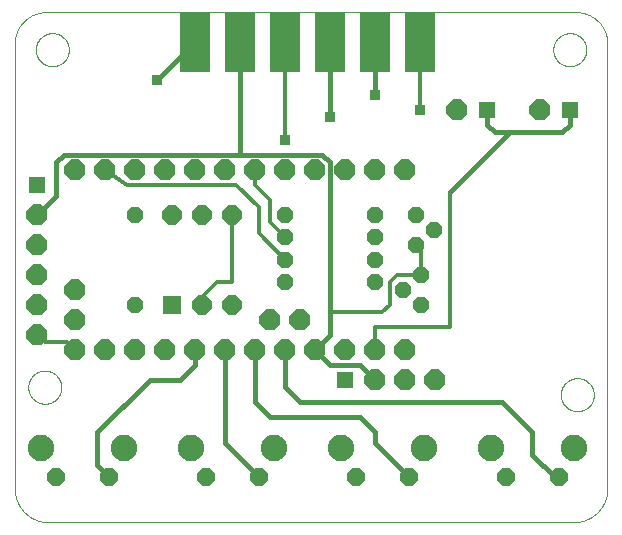
<source format=gtl>
G75*
%MOIN*%
%OFA0B0*%
%FSLAX25Y25*%
%IPPOS*%
%LPD*%
%AMOC8*
5,1,8,0,0,1.08239X$1,22.5*
%
%ADD10R,0.10000X0.20000*%
%ADD11C,0.00000*%
%ADD12R,0.05600X0.05600*%
%ADD13OC8,0.07000*%
%ADD14R,0.06400X0.06400*%
%ADD15OC8,0.06400*%
%ADD16OC8,0.05600*%
%ADD17OC8,0.06000*%
%ADD18C,0.08850*%
%ADD19C,0.01200*%
%ADD20C,0.00500*%
%ADD21C,0.01600*%
%ADD22R,0.03562X0.03562*%
D10*
X0061000Y0161000D03*
X0061000Y0161000D03*
X0076000Y0161000D03*
X0076000Y0161000D03*
X0091000Y0161000D03*
X0091000Y0161000D03*
X0106000Y0161000D03*
X0106000Y0161000D03*
X0121000Y0161000D03*
X0121000Y0161000D03*
X0136000Y0161000D03*
D11*
X0187320Y0001000D02*
X0012180Y0001000D01*
X0011910Y0001003D01*
X0011640Y0001013D01*
X0011370Y0001029D01*
X0011101Y0001052D01*
X0010832Y0001082D01*
X0010565Y0001117D01*
X0010298Y0001160D01*
X0010032Y0001208D01*
X0009768Y0001263D01*
X0009504Y0001325D01*
X0009243Y0001393D01*
X0008983Y0001467D01*
X0008725Y0001547D01*
X0008469Y0001634D01*
X0008216Y0001727D01*
X0007964Y0001825D01*
X0007715Y0001930D01*
X0007469Y0002041D01*
X0007225Y0002158D01*
X0006984Y0002281D01*
X0006747Y0002409D01*
X0006512Y0002543D01*
X0006281Y0002683D01*
X0006053Y0002828D01*
X0005829Y0002979D01*
X0005609Y0003135D01*
X0005392Y0003297D01*
X0005179Y0003463D01*
X0004971Y0003635D01*
X0004766Y0003812D01*
X0004566Y0003993D01*
X0004371Y0004180D01*
X0004180Y0004371D01*
X0003993Y0004566D01*
X0003812Y0004766D01*
X0003635Y0004971D01*
X0003463Y0005179D01*
X0003297Y0005392D01*
X0003135Y0005609D01*
X0002979Y0005829D01*
X0002828Y0006053D01*
X0002683Y0006281D01*
X0002543Y0006512D01*
X0002409Y0006747D01*
X0002281Y0006984D01*
X0002158Y0007225D01*
X0002041Y0007469D01*
X0001930Y0007715D01*
X0001825Y0007964D01*
X0001727Y0008216D01*
X0001634Y0008469D01*
X0001547Y0008725D01*
X0001467Y0008983D01*
X0001393Y0009243D01*
X0001325Y0009504D01*
X0001263Y0009768D01*
X0001208Y0010032D01*
X0001160Y0010298D01*
X0001117Y0010565D01*
X0001082Y0010832D01*
X0001052Y0011101D01*
X0001029Y0011370D01*
X0001013Y0011640D01*
X0001003Y0011910D01*
X0001000Y0012180D01*
X0001000Y0160692D01*
X0001003Y0160941D01*
X0001012Y0161190D01*
X0001027Y0161439D01*
X0001048Y0161687D01*
X0001075Y0161934D01*
X0001108Y0162181D01*
X0001147Y0162427D01*
X0001192Y0162672D01*
X0001243Y0162916D01*
X0001300Y0163159D01*
X0001362Y0163400D01*
X0001430Y0163640D01*
X0001505Y0163877D01*
X0001584Y0164113D01*
X0001670Y0164347D01*
X0001761Y0164579D01*
X0001858Y0164809D01*
X0001960Y0165036D01*
X0002068Y0165260D01*
X0002181Y0165482D01*
X0002299Y0165702D01*
X0002423Y0165918D01*
X0002552Y0166131D01*
X0002686Y0166341D01*
X0002825Y0166548D01*
X0002969Y0166751D01*
X0003117Y0166951D01*
X0003271Y0167147D01*
X0003429Y0167339D01*
X0003592Y0167527D01*
X0003760Y0167712D01*
X0003932Y0167892D01*
X0004108Y0168068D01*
X0004288Y0168240D01*
X0004473Y0168408D01*
X0004661Y0168571D01*
X0004853Y0168729D01*
X0005049Y0168883D01*
X0005249Y0169031D01*
X0005452Y0169175D01*
X0005659Y0169314D01*
X0005869Y0169448D01*
X0006082Y0169577D01*
X0006298Y0169701D01*
X0006518Y0169819D01*
X0006740Y0169932D01*
X0006964Y0170040D01*
X0007191Y0170142D01*
X0007421Y0170239D01*
X0007653Y0170330D01*
X0007887Y0170416D01*
X0008123Y0170495D01*
X0008360Y0170570D01*
X0008600Y0170638D01*
X0008841Y0170700D01*
X0009084Y0170757D01*
X0009328Y0170808D01*
X0009573Y0170853D01*
X0009819Y0170892D01*
X0010066Y0170925D01*
X0010313Y0170952D01*
X0010561Y0170973D01*
X0010810Y0170988D01*
X0011059Y0170997D01*
X0011308Y0171000D01*
X0188192Y0171000D01*
X0188441Y0170997D01*
X0188690Y0170988D01*
X0188939Y0170973D01*
X0189187Y0170952D01*
X0189434Y0170925D01*
X0189681Y0170892D01*
X0189927Y0170853D01*
X0190172Y0170808D01*
X0190416Y0170757D01*
X0190659Y0170700D01*
X0190900Y0170638D01*
X0191140Y0170570D01*
X0191377Y0170495D01*
X0191613Y0170416D01*
X0191847Y0170330D01*
X0192079Y0170239D01*
X0192309Y0170142D01*
X0192536Y0170040D01*
X0192760Y0169932D01*
X0192982Y0169819D01*
X0193202Y0169701D01*
X0193418Y0169577D01*
X0193631Y0169448D01*
X0193841Y0169314D01*
X0194048Y0169175D01*
X0194251Y0169031D01*
X0194451Y0168883D01*
X0194647Y0168729D01*
X0194839Y0168571D01*
X0195027Y0168408D01*
X0195212Y0168240D01*
X0195392Y0168068D01*
X0195568Y0167892D01*
X0195740Y0167712D01*
X0195908Y0167527D01*
X0196071Y0167339D01*
X0196229Y0167147D01*
X0196383Y0166951D01*
X0196531Y0166751D01*
X0196675Y0166548D01*
X0196814Y0166341D01*
X0196948Y0166131D01*
X0197077Y0165918D01*
X0197201Y0165702D01*
X0197319Y0165482D01*
X0197432Y0165260D01*
X0197540Y0165036D01*
X0197642Y0164809D01*
X0197739Y0164579D01*
X0197830Y0164347D01*
X0197916Y0164113D01*
X0197995Y0163877D01*
X0198070Y0163640D01*
X0198138Y0163400D01*
X0198200Y0163159D01*
X0198257Y0162916D01*
X0198308Y0162672D01*
X0198353Y0162427D01*
X0198392Y0162181D01*
X0198425Y0161934D01*
X0198452Y0161687D01*
X0198473Y0161439D01*
X0198488Y0161190D01*
X0198497Y0160941D01*
X0198500Y0160692D01*
X0198500Y0012180D01*
X0198497Y0011910D01*
X0198487Y0011640D01*
X0198471Y0011370D01*
X0198448Y0011101D01*
X0198418Y0010832D01*
X0198383Y0010565D01*
X0198340Y0010298D01*
X0198292Y0010032D01*
X0198237Y0009768D01*
X0198175Y0009504D01*
X0198107Y0009243D01*
X0198033Y0008983D01*
X0197953Y0008725D01*
X0197866Y0008469D01*
X0197773Y0008216D01*
X0197675Y0007964D01*
X0197570Y0007715D01*
X0197459Y0007469D01*
X0197342Y0007225D01*
X0197219Y0006984D01*
X0197091Y0006747D01*
X0196957Y0006512D01*
X0196817Y0006281D01*
X0196672Y0006053D01*
X0196521Y0005829D01*
X0196365Y0005609D01*
X0196203Y0005392D01*
X0196037Y0005179D01*
X0195865Y0004971D01*
X0195688Y0004766D01*
X0195507Y0004566D01*
X0195320Y0004371D01*
X0195129Y0004180D01*
X0194934Y0003993D01*
X0194734Y0003812D01*
X0194529Y0003635D01*
X0194321Y0003463D01*
X0194108Y0003297D01*
X0193891Y0003135D01*
X0193671Y0002979D01*
X0193447Y0002828D01*
X0193219Y0002683D01*
X0192988Y0002543D01*
X0192753Y0002409D01*
X0192516Y0002281D01*
X0192275Y0002158D01*
X0192031Y0002041D01*
X0191785Y0001930D01*
X0191536Y0001825D01*
X0191284Y0001727D01*
X0191031Y0001634D01*
X0190775Y0001547D01*
X0190517Y0001467D01*
X0190257Y0001393D01*
X0189996Y0001325D01*
X0189732Y0001263D01*
X0189468Y0001208D01*
X0189202Y0001160D01*
X0188935Y0001117D01*
X0188668Y0001082D01*
X0188399Y0001052D01*
X0188130Y0001029D01*
X0187860Y0001013D01*
X0187590Y0001003D01*
X0187320Y0001000D01*
X0182988Y0043500D02*
X0182990Y0043648D01*
X0182996Y0043796D01*
X0183006Y0043944D01*
X0183020Y0044091D01*
X0183038Y0044238D01*
X0183059Y0044384D01*
X0183085Y0044530D01*
X0183115Y0044675D01*
X0183148Y0044819D01*
X0183186Y0044962D01*
X0183227Y0045104D01*
X0183272Y0045245D01*
X0183320Y0045385D01*
X0183373Y0045524D01*
X0183429Y0045661D01*
X0183489Y0045796D01*
X0183552Y0045930D01*
X0183619Y0046062D01*
X0183690Y0046192D01*
X0183764Y0046320D01*
X0183841Y0046446D01*
X0183922Y0046570D01*
X0184006Y0046692D01*
X0184093Y0046811D01*
X0184184Y0046928D01*
X0184278Y0047043D01*
X0184374Y0047155D01*
X0184474Y0047265D01*
X0184576Y0047371D01*
X0184682Y0047475D01*
X0184790Y0047576D01*
X0184901Y0047674D01*
X0185014Y0047770D01*
X0185130Y0047862D01*
X0185248Y0047951D01*
X0185369Y0048036D01*
X0185492Y0048119D01*
X0185617Y0048198D01*
X0185744Y0048274D01*
X0185873Y0048346D01*
X0186004Y0048415D01*
X0186137Y0048480D01*
X0186272Y0048541D01*
X0186408Y0048599D01*
X0186545Y0048654D01*
X0186684Y0048704D01*
X0186825Y0048751D01*
X0186966Y0048794D01*
X0187109Y0048834D01*
X0187253Y0048869D01*
X0187397Y0048901D01*
X0187543Y0048928D01*
X0187689Y0048952D01*
X0187836Y0048972D01*
X0187983Y0048988D01*
X0188130Y0049000D01*
X0188278Y0049008D01*
X0188426Y0049012D01*
X0188574Y0049012D01*
X0188722Y0049008D01*
X0188870Y0049000D01*
X0189017Y0048988D01*
X0189164Y0048972D01*
X0189311Y0048952D01*
X0189457Y0048928D01*
X0189603Y0048901D01*
X0189747Y0048869D01*
X0189891Y0048834D01*
X0190034Y0048794D01*
X0190175Y0048751D01*
X0190316Y0048704D01*
X0190455Y0048654D01*
X0190592Y0048599D01*
X0190728Y0048541D01*
X0190863Y0048480D01*
X0190996Y0048415D01*
X0191127Y0048346D01*
X0191256Y0048274D01*
X0191383Y0048198D01*
X0191508Y0048119D01*
X0191631Y0048036D01*
X0191752Y0047951D01*
X0191870Y0047862D01*
X0191986Y0047770D01*
X0192099Y0047674D01*
X0192210Y0047576D01*
X0192318Y0047475D01*
X0192424Y0047371D01*
X0192526Y0047265D01*
X0192626Y0047155D01*
X0192722Y0047043D01*
X0192816Y0046928D01*
X0192907Y0046811D01*
X0192994Y0046692D01*
X0193078Y0046570D01*
X0193159Y0046446D01*
X0193236Y0046320D01*
X0193310Y0046192D01*
X0193381Y0046062D01*
X0193448Y0045930D01*
X0193511Y0045796D01*
X0193571Y0045661D01*
X0193627Y0045524D01*
X0193680Y0045385D01*
X0193728Y0045245D01*
X0193773Y0045104D01*
X0193814Y0044962D01*
X0193852Y0044819D01*
X0193885Y0044675D01*
X0193915Y0044530D01*
X0193941Y0044384D01*
X0193962Y0044238D01*
X0193980Y0044091D01*
X0193994Y0043944D01*
X0194004Y0043796D01*
X0194010Y0043648D01*
X0194012Y0043500D01*
X0194010Y0043352D01*
X0194004Y0043204D01*
X0193994Y0043056D01*
X0193980Y0042909D01*
X0193962Y0042762D01*
X0193941Y0042616D01*
X0193915Y0042470D01*
X0193885Y0042325D01*
X0193852Y0042181D01*
X0193814Y0042038D01*
X0193773Y0041896D01*
X0193728Y0041755D01*
X0193680Y0041615D01*
X0193627Y0041476D01*
X0193571Y0041339D01*
X0193511Y0041204D01*
X0193448Y0041070D01*
X0193381Y0040938D01*
X0193310Y0040808D01*
X0193236Y0040680D01*
X0193159Y0040554D01*
X0193078Y0040430D01*
X0192994Y0040308D01*
X0192907Y0040189D01*
X0192816Y0040072D01*
X0192722Y0039957D01*
X0192626Y0039845D01*
X0192526Y0039735D01*
X0192424Y0039629D01*
X0192318Y0039525D01*
X0192210Y0039424D01*
X0192099Y0039326D01*
X0191986Y0039230D01*
X0191870Y0039138D01*
X0191752Y0039049D01*
X0191631Y0038964D01*
X0191508Y0038881D01*
X0191383Y0038802D01*
X0191256Y0038726D01*
X0191127Y0038654D01*
X0190996Y0038585D01*
X0190863Y0038520D01*
X0190728Y0038459D01*
X0190592Y0038401D01*
X0190455Y0038346D01*
X0190316Y0038296D01*
X0190175Y0038249D01*
X0190034Y0038206D01*
X0189891Y0038166D01*
X0189747Y0038131D01*
X0189603Y0038099D01*
X0189457Y0038072D01*
X0189311Y0038048D01*
X0189164Y0038028D01*
X0189017Y0038012D01*
X0188870Y0038000D01*
X0188722Y0037992D01*
X0188574Y0037988D01*
X0188426Y0037988D01*
X0188278Y0037992D01*
X0188130Y0038000D01*
X0187983Y0038012D01*
X0187836Y0038028D01*
X0187689Y0038048D01*
X0187543Y0038072D01*
X0187397Y0038099D01*
X0187253Y0038131D01*
X0187109Y0038166D01*
X0186966Y0038206D01*
X0186825Y0038249D01*
X0186684Y0038296D01*
X0186545Y0038346D01*
X0186408Y0038401D01*
X0186272Y0038459D01*
X0186137Y0038520D01*
X0186004Y0038585D01*
X0185873Y0038654D01*
X0185744Y0038726D01*
X0185617Y0038802D01*
X0185492Y0038881D01*
X0185369Y0038964D01*
X0185248Y0039049D01*
X0185130Y0039138D01*
X0185014Y0039230D01*
X0184901Y0039326D01*
X0184790Y0039424D01*
X0184682Y0039525D01*
X0184576Y0039629D01*
X0184474Y0039735D01*
X0184374Y0039845D01*
X0184278Y0039957D01*
X0184184Y0040072D01*
X0184093Y0040189D01*
X0184006Y0040308D01*
X0183922Y0040430D01*
X0183841Y0040554D01*
X0183764Y0040680D01*
X0183690Y0040808D01*
X0183619Y0040938D01*
X0183552Y0041070D01*
X0183489Y0041204D01*
X0183429Y0041339D01*
X0183373Y0041476D01*
X0183320Y0041615D01*
X0183272Y0041755D01*
X0183227Y0041896D01*
X0183186Y0042038D01*
X0183148Y0042181D01*
X0183115Y0042325D01*
X0183085Y0042470D01*
X0183059Y0042616D01*
X0183038Y0042762D01*
X0183020Y0042909D01*
X0183006Y0043056D01*
X0182996Y0043204D01*
X0182990Y0043352D01*
X0182988Y0043500D01*
X0180488Y0158500D02*
X0180490Y0158648D01*
X0180496Y0158796D01*
X0180506Y0158944D01*
X0180520Y0159091D01*
X0180538Y0159238D01*
X0180559Y0159384D01*
X0180585Y0159530D01*
X0180615Y0159675D01*
X0180648Y0159819D01*
X0180686Y0159962D01*
X0180727Y0160104D01*
X0180772Y0160245D01*
X0180820Y0160385D01*
X0180873Y0160524D01*
X0180929Y0160661D01*
X0180989Y0160796D01*
X0181052Y0160930D01*
X0181119Y0161062D01*
X0181190Y0161192D01*
X0181264Y0161320D01*
X0181341Y0161446D01*
X0181422Y0161570D01*
X0181506Y0161692D01*
X0181593Y0161811D01*
X0181684Y0161928D01*
X0181778Y0162043D01*
X0181874Y0162155D01*
X0181974Y0162265D01*
X0182076Y0162371D01*
X0182182Y0162475D01*
X0182290Y0162576D01*
X0182401Y0162674D01*
X0182514Y0162770D01*
X0182630Y0162862D01*
X0182748Y0162951D01*
X0182869Y0163036D01*
X0182992Y0163119D01*
X0183117Y0163198D01*
X0183244Y0163274D01*
X0183373Y0163346D01*
X0183504Y0163415D01*
X0183637Y0163480D01*
X0183772Y0163541D01*
X0183908Y0163599D01*
X0184045Y0163654D01*
X0184184Y0163704D01*
X0184325Y0163751D01*
X0184466Y0163794D01*
X0184609Y0163834D01*
X0184753Y0163869D01*
X0184897Y0163901D01*
X0185043Y0163928D01*
X0185189Y0163952D01*
X0185336Y0163972D01*
X0185483Y0163988D01*
X0185630Y0164000D01*
X0185778Y0164008D01*
X0185926Y0164012D01*
X0186074Y0164012D01*
X0186222Y0164008D01*
X0186370Y0164000D01*
X0186517Y0163988D01*
X0186664Y0163972D01*
X0186811Y0163952D01*
X0186957Y0163928D01*
X0187103Y0163901D01*
X0187247Y0163869D01*
X0187391Y0163834D01*
X0187534Y0163794D01*
X0187675Y0163751D01*
X0187816Y0163704D01*
X0187955Y0163654D01*
X0188092Y0163599D01*
X0188228Y0163541D01*
X0188363Y0163480D01*
X0188496Y0163415D01*
X0188627Y0163346D01*
X0188756Y0163274D01*
X0188883Y0163198D01*
X0189008Y0163119D01*
X0189131Y0163036D01*
X0189252Y0162951D01*
X0189370Y0162862D01*
X0189486Y0162770D01*
X0189599Y0162674D01*
X0189710Y0162576D01*
X0189818Y0162475D01*
X0189924Y0162371D01*
X0190026Y0162265D01*
X0190126Y0162155D01*
X0190222Y0162043D01*
X0190316Y0161928D01*
X0190407Y0161811D01*
X0190494Y0161692D01*
X0190578Y0161570D01*
X0190659Y0161446D01*
X0190736Y0161320D01*
X0190810Y0161192D01*
X0190881Y0161062D01*
X0190948Y0160930D01*
X0191011Y0160796D01*
X0191071Y0160661D01*
X0191127Y0160524D01*
X0191180Y0160385D01*
X0191228Y0160245D01*
X0191273Y0160104D01*
X0191314Y0159962D01*
X0191352Y0159819D01*
X0191385Y0159675D01*
X0191415Y0159530D01*
X0191441Y0159384D01*
X0191462Y0159238D01*
X0191480Y0159091D01*
X0191494Y0158944D01*
X0191504Y0158796D01*
X0191510Y0158648D01*
X0191512Y0158500D01*
X0191510Y0158352D01*
X0191504Y0158204D01*
X0191494Y0158056D01*
X0191480Y0157909D01*
X0191462Y0157762D01*
X0191441Y0157616D01*
X0191415Y0157470D01*
X0191385Y0157325D01*
X0191352Y0157181D01*
X0191314Y0157038D01*
X0191273Y0156896D01*
X0191228Y0156755D01*
X0191180Y0156615D01*
X0191127Y0156476D01*
X0191071Y0156339D01*
X0191011Y0156204D01*
X0190948Y0156070D01*
X0190881Y0155938D01*
X0190810Y0155808D01*
X0190736Y0155680D01*
X0190659Y0155554D01*
X0190578Y0155430D01*
X0190494Y0155308D01*
X0190407Y0155189D01*
X0190316Y0155072D01*
X0190222Y0154957D01*
X0190126Y0154845D01*
X0190026Y0154735D01*
X0189924Y0154629D01*
X0189818Y0154525D01*
X0189710Y0154424D01*
X0189599Y0154326D01*
X0189486Y0154230D01*
X0189370Y0154138D01*
X0189252Y0154049D01*
X0189131Y0153964D01*
X0189008Y0153881D01*
X0188883Y0153802D01*
X0188756Y0153726D01*
X0188627Y0153654D01*
X0188496Y0153585D01*
X0188363Y0153520D01*
X0188228Y0153459D01*
X0188092Y0153401D01*
X0187955Y0153346D01*
X0187816Y0153296D01*
X0187675Y0153249D01*
X0187534Y0153206D01*
X0187391Y0153166D01*
X0187247Y0153131D01*
X0187103Y0153099D01*
X0186957Y0153072D01*
X0186811Y0153048D01*
X0186664Y0153028D01*
X0186517Y0153012D01*
X0186370Y0153000D01*
X0186222Y0152992D01*
X0186074Y0152988D01*
X0185926Y0152988D01*
X0185778Y0152992D01*
X0185630Y0153000D01*
X0185483Y0153012D01*
X0185336Y0153028D01*
X0185189Y0153048D01*
X0185043Y0153072D01*
X0184897Y0153099D01*
X0184753Y0153131D01*
X0184609Y0153166D01*
X0184466Y0153206D01*
X0184325Y0153249D01*
X0184184Y0153296D01*
X0184045Y0153346D01*
X0183908Y0153401D01*
X0183772Y0153459D01*
X0183637Y0153520D01*
X0183504Y0153585D01*
X0183373Y0153654D01*
X0183244Y0153726D01*
X0183117Y0153802D01*
X0182992Y0153881D01*
X0182869Y0153964D01*
X0182748Y0154049D01*
X0182630Y0154138D01*
X0182514Y0154230D01*
X0182401Y0154326D01*
X0182290Y0154424D01*
X0182182Y0154525D01*
X0182076Y0154629D01*
X0181974Y0154735D01*
X0181874Y0154845D01*
X0181778Y0154957D01*
X0181684Y0155072D01*
X0181593Y0155189D01*
X0181506Y0155308D01*
X0181422Y0155430D01*
X0181341Y0155554D01*
X0181264Y0155680D01*
X0181190Y0155808D01*
X0181119Y0155938D01*
X0181052Y0156070D01*
X0180989Y0156204D01*
X0180929Y0156339D01*
X0180873Y0156476D01*
X0180820Y0156615D01*
X0180772Y0156755D01*
X0180727Y0156896D01*
X0180686Y0157038D01*
X0180648Y0157181D01*
X0180615Y0157325D01*
X0180585Y0157470D01*
X0180559Y0157616D01*
X0180538Y0157762D01*
X0180520Y0157909D01*
X0180506Y0158056D01*
X0180496Y0158204D01*
X0180490Y0158352D01*
X0180488Y0158500D01*
X0041000Y0103500D02*
X0041000Y0101000D01*
X0005488Y0046000D02*
X0005490Y0046148D01*
X0005496Y0046296D01*
X0005506Y0046444D01*
X0005520Y0046591D01*
X0005538Y0046738D01*
X0005559Y0046884D01*
X0005585Y0047030D01*
X0005615Y0047175D01*
X0005648Y0047319D01*
X0005686Y0047462D01*
X0005727Y0047604D01*
X0005772Y0047745D01*
X0005820Y0047885D01*
X0005873Y0048024D01*
X0005929Y0048161D01*
X0005989Y0048296D01*
X0006052Y0048430D01*
X0006119Y0048562D01*
X0006190Y0048692D01*
X0006264Y0048820D01*
X0006341Y0048946D01*
X0006422Y0049070D01*
X0006506Y0049192D01*
X0006593Y0049311D01*
X0006684Y0049428D01*
X0006778Y0049543D01*
X0006874Y0049655D01*
X0006974Y0049765D01*
X0007076Y0049871D01*
X0007182Y0049975D01*
X0007290Y0050076D01*
X0007401Y0050174D01*
X0007514Y0050270D01*
X0007630Y0050362D01*
X0007748Y0050451D01*
X0007869Y0050536D01*
X0007992Y0050619D01*
X0008117Y0050698D01*
X0008244Y0050774D01*
X0008373Y0050846D01*
X0008504Y0050915D01*
X0008637Y0050980D01*
X0008772Y0051041D01*
X0008908Y0051099D01*
X0009045Y0051154D01*
X0009184Y0051204D01*
X0009325Y0051251D01*
X0009466Y0051294D01*
X0009609Y0051334D01*
X0009753Y0051369D01*
X0009897Y0051401D01*
X0010043Y0051428D01*
X0010189Y0051452D01*
X0010336Y0051472D01*
X0010483Y0051488D01*
X0010630Y0051500D01*
X0010778Y0051508D01*
X0010926Y0051512D01*
X0011074Y0051512D01*
X0011222Y0051508D01*
X0011370Y0051500D01*
X0011517Y0051488D01*
X0011664Y0051472D01*
X0011811Y0051452D01*
X0011957Y0051428D01*
X0012103Y0051401D01*
X0012247Y0051369D01*
X0012391Y0051334D01*
X0012534Y0051294D01*
X0012675Y0051251D01*
X0012816Y0051204D01*
X0012955Y0051154D01*
X0013092Y0051099D01*
X0013228Y0051041D01*
X0013363Y0050980D01*
X0013496Y0050915D01*
X0013627Y0050846D01*
X0013756Y0050774D01*
X0013883Y0050698D01*
X0014008Y0050619D01*
X0014131Y0050536D01*
X0014252Y0050451D01*
X0014370Y0050362D01*
X0014486Y0050270D01*
X0014599Y0050174D01*
X0014710Y0050076D01*
X0014818Y0049975D01*
X0014924Y0049871D01*
X0015026Y0049765D01*
X0015126Y0049655D01*
X0015222Y0049543D01*
X0015316Y0049428D01*
X0015407Y0049311D01*
X0015494Y0049192D01*
X0015578Y0049070D01*
X0015659Y0048946D01*
X0015736Y0048820D01*
X0015810Y0048692D01*
X0015881Y0048562D01*
X0015948Y0048430D01*
X0016011Y0048296D01*
X0016071Y0048161D01*
X0016127Y0048024D01*
X0016180Y0047885D01*
X0016228Y0047745D01*
X0016273Y0047604D01*
X0016314Y0047462D01*
X0016352Y0047319D01*
X0016385Y0047175D01*
X0016415Y0047030D01*
X0016441Y0046884D01*
X0016462Y0046738D01*
X0016480Y0046591D01*
X0016494Y0046444D01*
X0016504Y0046296D01*
X0016510Y0046148D01*
X0016512Y0046000D01*
X0016510Y0045852D01*
X0016504Y0045704D01*
X0016494Y0045556D01*
X0016480Y0045409D01*
X0016462Y0045262D01*
X0016441Y0045116D01*
X0016415Y0044970D01*
X0016385Y0044825D01*
X0016352Y0044681D01*
X0016314Y0044538D01*
X0016273Y0044396D01*
X0016228Y0044255D01*
X0016180Y0044115D01*
X0016127Y0043976D01*
X0016071Y0043839D01*
X0016011Y0043704D01*
X0015948Y0043570D01*
X0015881Y0043438D01*
X0015810Y0043308D01*
X0015736Y0043180D01*
X0015659Y0043054D01*
X0015578Y0042930D01*
X0015494Y0042808D01*
X0015407Y0042689D01*
X0015316Y0042572D01*
X0015222Y0042457D01*
X0015126Y0042345D01*
X0015026Y0042235D01*
X0014924Y0042129D01*
X0014818Y0042025D01*
X0014710Y0041924D01*
X0014599Y0041826D01*
X0014486Y0041730D01*
X0014370Y0041638D01*
X0014252Y0041549D01*
X0014131Y0041464D01*
X0014008Y0041381D01*
X0013883Y0041302D01*
X0013756Y0041226D01*
X0013627Y0041154D01*
X0013496Y0041085D01*
X0013363Y0041020D01*
X0013228Y0040959D01*
X0013092Y0040901D01*
X0012955Y0040846D01*
X0012816Y0040796D01*
X0012675Y0040749D01*
X0012534Y0040706D01*
X0012391Y0040666D01*
X0012247Y0040631D01*
X0012103Y0040599D01*
X0011957Y0040572D01*
X0011811Y0040548D01*
X0011664Y0040528D01*
X0011517Y0040512D01*
X0011370Y0040500D01*
X0011222Y0040492D01*
X0011074Y0040488D01*
X0010926Y0040488D01*
X0010778Y0040492D01*
X0010630Y0040500D01*
X0010483Y0040512D01*
X0010336Y0040528D01*
X0010189Y0040548D01*
X0010043Y0040572D01*
X0009897Y0040599D01*
X0009753Y0040631D01*
X0009609Y0040666D01*
X0009466Y0040706D01*
X0009325Y0040749D01*
X0009184Y0040796D01*
X0009045Y0040846D01*
X0008908Y0040901D01*
X0008772Y0040959D01*
X0008637Y0041020D01*
X0008504Y0041085D01*
X0008373Y0041154D01*
X0008244Y0041226D01*
X0008117Y0041302D01*
X0007992Y0041381D01*
X0007869Y0041464D01*
X0007748Y0041549D01*
X0007630Y0041638D01*
X0007514Y0041730D01*
X0007401Y0041826D01*
X0007290Y0041924D01*
X0007182Y0042025D01*
X0007076Y0042129D01*
X0006974Y0042235D01*
X0006874Y0042345D01*
X0006778Y0042457D01*
X0006684Y0042572D01*
X0006593Y0042689D01*
X0006506Y0042808D01*
X0006422Y0042930D01*
X0006341Y0043054D01*
X0006264Y0043180D01*
X0006190Y0043308D01*
X0006119Y0043438D01*
X0006052Y0043570D01*
X0005989Y0043704D01*
X0005929Y0043839D01*
X0005873Y0043976D01*
X0005820Y0044115D01*
X0005772Y0044255D01*
X0005727Y0044396D01*
X0005686Y0044538D01*
X0005648Y0044681D01*
X0005615Y0044825D01*
X0005585Y0044970D01*
X0005559Y0045116D01*
X0005538Y0045262D01*
X0005520Y0045409D01*
X0005506Y0045556D01*
X0005496Y0045704D01*
X0005490Y0045852D01*
X0005488Y0046000D01*
X0007988Y0158500D02*
X0007990Y0158648D01*
X0007996Y0158796D01*
X0008006Y0158944D01*
X0008020Y0159091D01*
X0008038Y0159238D01*
X0008059Y0159384D01*
X0008085Y0159530D01*
X0008115Y0159675D01*
X0008148Y0159819D01*
X0008186Y0159962D01*
X0008227Y0160104D01*
X0008272Y0160245D01*
X0008320Y0160385D01*
X0008373Y0160524D01*
X0008429Y0160661D01*
X0008489Y0160796D01*
X0008552Y0160930D01*
X0008619Y0161062D01*
X0008690Y0161192D01*
X0008764Y0161320D01*
X0008841Y0161446D01*
X0008922Y0161570D01*
X0009006Y0161692D01*
X0009093Y0161811D01*
X0009184Y0161928D01*
X0009278Y0162043D01*
X0009374Y0162155D01*
X0009474Y0162265D01*
X0009576Y0162371D01*
X0009682Y0162475D01*
X0009790Y0162576D01*
X0009901Y0162674D01*
X0010014Y0162770D01*
X0010130Y0162862D01*
X0010248Y0162951D01*
X0010369Y0163036D01*
X0010492Y0163119D01*
X0010617Y0163198D01*
X0010744Y0163274D01*
X0010873Y0163346D01*
X0011004Y0163415D01*
X0011137Y0163480D01*
X0011272Y0163541D01*
X0011408Y0163599D01*
X0011545Y0163654D01*
X0011684Y0163704D01*
X0011825Y0163751D01*
X0011966Y0163794D01*
X0012109Y0163834D01*
X0012253Y0163869D01*
X0012397Y0163901D01*
X0012543Y0163928D01*
X0012689Y0163952D01*
X0012836Y0163972D01*
X0012983Y0163988D01*
X0013130Y0164000D01*
X0013278Y0164008D01*
X0013426Y0164012D01*
X0013574Y0164012D01*
X0013722Y0164008D01*
X0013870Y0164000D01*
X0014017Y0163988D01*
X0014164Y0163972D01*
X0014311Y0163952D01*
X0014457Y0163928D01*
X0014603Y0163901D01*
X0014747Y0163869D01*
X0014891Y0163834D01*
X0015034Y0163794D01*
X0015175Y0163751D01*
X0015316Y0163704D01*
X0015455Y0163654D01*
X0015592Y0163599D01*
X0015728Y0163541D01*
X0015863Y0163480D01*
X0015996Y0163415D01*
X0016127Y0163346D01*
X0016256Y0163274D01*
X0016383Y0163198D01*
X0016508Y0163119D01*
X0016631Y0163036D01*
X0016752Y0162951D01*
X0016870Y0162862D01*
X0016986Y0162770D01*
X0017099Y0162674D01*
X0017210Y0162576D01*
X0017318Y0162475D01*
X0017424Y0162371D01*
X0017526Y0162265D01*
X0017626Y0162155D01*
X0017722Y0162043D01*
X0017816Y0161928D01*
X0017907Y0161811D01*
X0017994Y0161692D01*
X0018078Y0161570D01*
X0018159Y0161446D01*
X0018236Y0161320D01*
X0018310Y0161192D01*
X0018381Y0161062D01*
X0018448Y0160930D01*
X0018511Y0160796D01*
X0018571Y0160661D01*
X0018627Y0160524D01*
X0018680Y0160385D01*
X0018728Y0160245D01*
X0018773Y0160104D01*
X0018814Y0159962D01*
X0018852Y0159819D01*
X0018885Y0159675D01*
X0018915Y0159530D01*
X0018941Y0159384D01*
X0018962Y0159238D01*
X0018980Y0159091D01*
X0018994Y0158944D01*
X0019004Y0158796D01*
X0019010Y0158648D01*
X0019012Y0158500D01*
X0019010Y0158352D01*
X0019004Y0158204D01*
X0018994Y0158056D01*
X0018980Y0157909D01*
X0018962Y0157762D01*
X0018941Y0157616D01*
X0018915Y0157470D01*
X0018885Y0157325D01*
X0018852Y0157181D01*
X0018814Y0157038D01*
X0018773Y0156896D01*
X0018728Y0156755D01*
X0018680Y0156615D01*
X0018627Y0156476D01*
X0018571Y0156339D01*
X0018511Y0156204D01*
X0018448Y0156070D01*
X0018381Y0155938D01*
X0018310Y0155808D01*
X0018236Y0155680D01*
X0018159Y0155554D01*
X0018078Y0155430D01*
X0017994Y0155308D01*
X0017907Y0155189D01*
X0017816Y0155072D01*
X0017722Y0154957D01*
X0017626Y0154845D01*
X0017526Y0154735D01*
X0017424Y0154629D01*
X0017318Y0154525D01*
X0017210Y0154424D01*
X0017099Y0154326D01*
X0016986Y0154230D01*
X0016870Y0154138D01*
X0016752Y0154049D01*
X0016631Y0153964D01*
X0016508Y0153881D01*
X0016383Y0153802D01*
X0016256Y0153726D01*
X0016127Y0153654D01*
X0015996Y0153585D01*
X0015863Y0153520D01*
X0015728Y0153459D01*
X0015592Y0153401D01*
X0015455Y0153346D01*
X0015316Y0153296D01*
X0015175Y0153249D01*
X0015034Y0153206D01*
X0014891Y0153166D01*
X0014747Y0153131D01*
X0014603Y0153099D01*
X0014457Y0153072D01*
X0014311Y0153048D01*
X0014164Y0153028D01*
X0014017Y0153012D01*
X0013870Y0153000D01*
X0013722Y0152992D01*
X0013574Y0152988D01*
X0013426Y0152988D01*
X0013278Y0152992D01*
X0013130Y0153000D01*
X0012983Y0153012D01*
X0012836Y0153028D01*
X0012689Y0153048D01*
X0012543Y0153072D01*
X0012397Y0153099D01*
X0012253Y0153131D01*
X0012109Y0153166D01*
X0011966Y0153206D01*
X0011825Y0153249D01*
X0011684Y0153296D01*
X0011545Y0153346D01*
X0011408Y0153401D01*
X0011272Y0153459D01*
X0011137Y0153520D01*
X0011004Y0153585D01*
X0010873Y0153654D01*
X0010744Y0153726D01*
X0010617Y0153802D01*
X0010492Y0153881D01*
X0010369Y0153964D01*
X0010248Y0154049D01*
X0010130Y0154138D01*
X0010014Y0154230D01*
X0009901Y0154326D01*
X0009790Y0154424D01*
X0009682Y0154525D01*
X0009576Y0154629D01*
X0009474Y0154735D01*
X0009374Y0154845D01*
X0009278Y0154957D01*
X0009184Y0155072D01*
X0009093Y0155189D01*
X0009006Y0155308D01*
X0008922Y0155430D01*
X0008841Y0155554D01*
X0008764Y0155680D01*
X0008690Y0155808D01*
X0008619Y0155938D01*
X0008552Y0156070D01*
X0008489Y0156204D01*
X0008429Y0156339D01*
X0008373Y0156476D01*
X0008320Y0156615D01*
X0008272Y0156755D01*
X0008227Y0156896D01*
X0008186Y0157038D01*
X0008148Y0157181D01*
X0008115Y0157325D01*
X0008085Y0157470D01*
X0008059Y0157616D01*
X0008038Y0157762D01*
X0008020Y0157909D01*
X0008006Y0158056D01*
X0007996Y0158204D01*
X0007990Y0158352D01*
X0007988Y0158500D01*
D12*
X0008500Y0113500D03*
X0111000Y0048500D03*
X0158500Y0138500D03*
X0186000Y0138500D03*
D13*
X0176000Y0138500D03*
X0148500Y0138500D03*
X0131000Y0118500D03*
X0121000Y0118500D03*
X0111000Y0118500D03*
X0101000Y0118500D03*
X0091000Y0118500D03*
X0081000Y0118500D03*
X0071000Y0118500D03*
X0061000Y0118500D03*
X0051000Y0118500D03*
X0041000Y0118500D03*
X0031000Y0118500D03*
X0021000Y0118500D03*
X0008500Y0103500D03*
X0008500Y0093500D03*
X0008500Y0083500D03*
X0008500Y0073500D03*
X0008500Y0063500D03*
X0021000Y0058500D03*
X0031000Y0058500D03*
X0041000Y0058500D03*
X0051000Y0058500D03*
X0061000Y0058500D03*
X0071000Y0058500D03*
X0081000Y0058500D03*
X0091000Y0058500D03*
X0101000Y0058500D03*
X0111000Y0058500D03*
X0121000Y0058500D03*
X0121000Y0048500D03*
X0131000Y0048500D03*
X0131000Y0058500D03*
X0141000Y0048500D03*
X0096000Y0068500D03*
X0086000Y0068500D03*
X0021000Y0068500D03*
X0021000Y0078500D03*
D14*
X0053500Y0073500D03*
D15*
X0063500Y0073500D03*
X0073500Y0073500D03*
X0073500Y0103500D03*
X0063500Y0103500D03*
X0053500Y0103500D03*
D16*
X0041000Y0103500D03*
X0041000Y0073500D03*
X0091000Y0081000D03*
X0091000Y0088500D03*
X0091000Y0096000D03*
X0091000Y0103500D03*
X0121000Y0103500D03*
X0121000Y0096000D03*
X0121000Y0088500D03*
X0121000Y0081000D03*
X0130500Y0078500D03*
X0136500Y0073500D03*
X0136500Y0083500D03*
X0134750Y0093500D03*
X0140750Y0098500D03*
X0134750Y0103500D03*
D17*
X0132400Y0016100D03*
X0114600Y0016100D03*
X0082400Y0016100D03*
X0064600Y0016100D03*
X0032400Y0016100D03*
X0014600Y0016100D03*
X0164600Y0016100D03*
X0182400Y0016100D03*
D18*
X0187300Y0025900D03*
X0159700Y0025900D03*
X0137300Y0025900D03*
X0109700Y0025900D03*
X0087300Y0025900D03*
X0059700Y0025900D03*
X0037300Y0025900D03*
X0009700Y0025900D03*
D19*
X0021000Y0058500D02*
X0018500Y0061000D01*
X0011000Y0061000D01*
X0008500Y0063500D01*
X0063500Y0073500D02*
X0063500Y0076000D01*
X0068500Y0081000D01*
X0073500Y0081000D01*
X0073500Y0103500D01*
X0082250Y0106000D02*
X0082250Y0097250D01*
X0091000Y0088500D01*
X0091000Y0096000D02*
X0086000Y0101000D01*
X0086000Y0108500D01*
X0081000Y0113500D01*
X0081000Y0118500D01*
X0074750Y0113500D02*
X0038500Y0113500D01*
X0031000Y0118500D01*
X0074750Y0113500D02*
X0082250Y0106000D01*
X0091000Y0128500D02*
X0091000Y0161000D01*
X0136000Y0161000D02*
X0136000Y0138500D01*
X0146000Y0111000D02*
X0146000Y0066000D01*
X0121000Y0066000D01*
X0121000Y0058500D01*
X0123500Y0071000D02*
X0106000Y0071000D01*
X0123500Y0071000D02*
X0126000Y0073500D01*
X0126000Y0081000D01*
X0128500Y0083500D01*
X0136500Y0083500D01*
X0136500Y0093500D01*
X0134750Y0093500D01*
D20*
X0082000Y0016500D02*
X0082400Y0016100D01*
X0032400Y0016100D02*
X0032000Y0016500D01*
D21*
X0028500Y0020000D01*
X0028500Y0031000D01*
X0046000Y0048500D01*
X0056000Y0048500D01*
X0061000Y0053500D01*
X0061000Y0058500D01*
X0071000Y0058500D02*
X0071000Y0027500D01*
X0082000Y0016500D01*
X0086000Y0036000D02*
X0081000Y0041000D01*
X0081000Y0058500D01*
X0091000Y0058500D02*
X0091000Y0046000D01*
X0096000Y0041000D01*
X0163500Y0041000D01*
X0173500Y0031000D01*
X0173500Y0023500D01*
X0181000Y0016000D01*
X0183500Y0016000D01*
X0132400Y0016100D02*
X0121000Y0027500D01*
X0121000Y0031000D01*
X0116000Y0036000D01*
X0086000Y0036000D01*
X0106000Y0053500D02*
X0101000Y0058500D01*
X0106000Y0063500D01*
X0106000Y0071000D01*
X0106000Y0121000D01*
X0103500Y0123500D01*
X0076000Y0123500D01*
X0076000Y0161000D01*
X0061000Y0161000D02*
X0048500Y0148500D01*
X0076000Y0123500D02*
X0017250Y0123500D01*
X0014750Y0121000D01*
X0014750Y0109750D01*
X0008500Y0103500D01*
X0106000Y0136000D02*
X0106000Y0161000D01*
X0121000Y0161000D02*
X0121000Y0143500D01*
X0158500Y0138500D02*
X0158500Y0133500D01*
X0161000Y0131000D01*
X0166000Y0131000D01*
X0183500Y0131000D01*
X0186000Y0133500D01*
X0186000Y0138500D01*
X0166000Y0131000D02*
X0146000Y0111000D01*
X0116000Y0053500D02*
X0106000Y0053500D01*
X0116000Y0053500D02*
X0121000Y0048500D01*
D22*
X0091000Y0128500D03*
X0106000Y0136000D03*
X0121000Y0143500D03*
X0136000Y0138500D03*
X0136000Y0161000D03*
X0121000Y0161000D03*
X0106000Y0161000D03*
X0091000Y0161000D03*
X0076000Y0161000D03*
X0061000Y0161000D03*
X0048500Y0148500D03*
M02*

</source>
